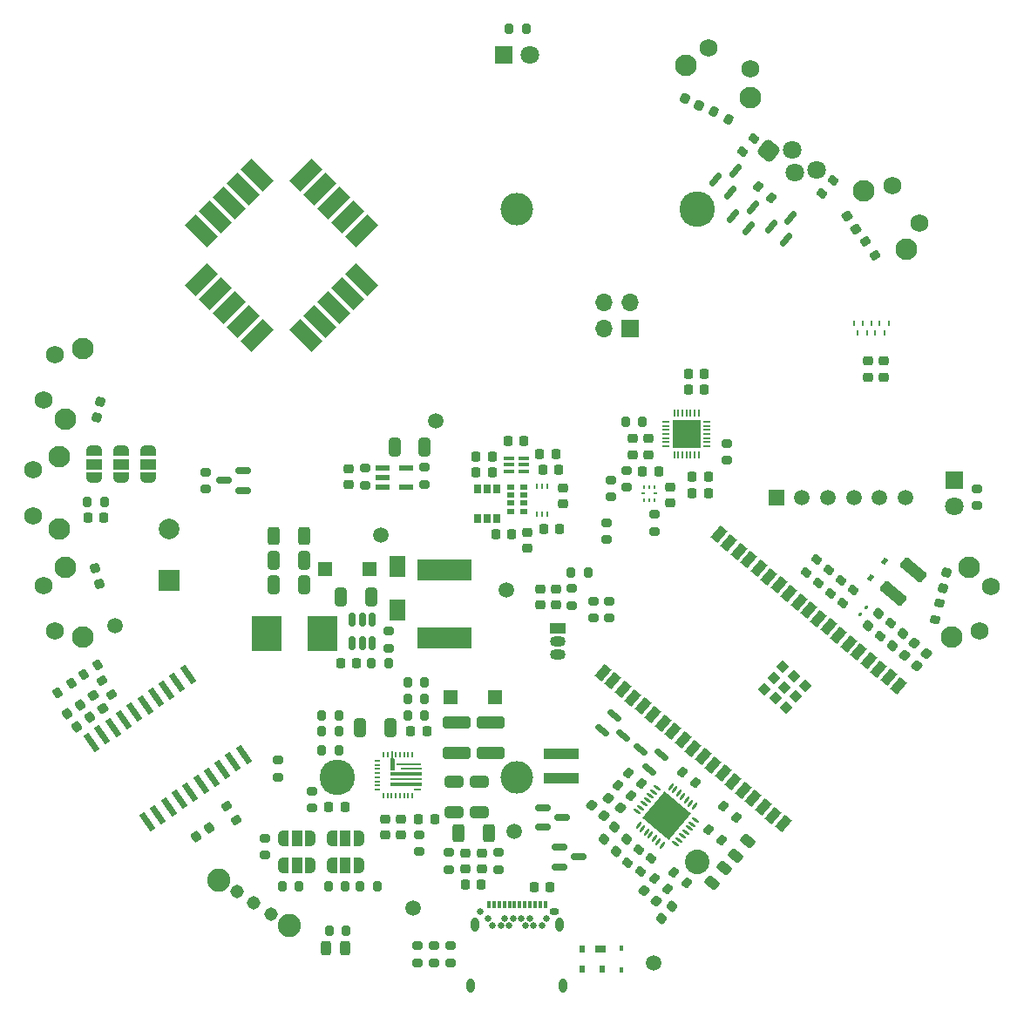
<source format=gts>
G04 #@! TF.GenerationSoftware,KiCad,Pcbnew,6.0.6-1.fc36*
G04 #@! TF.CreationDate,2022-07-28T10:28:12+02:00*
G04 #@! TF.ProjectId,LAITS-HW,4c414954-532d-4485-972e-6b696361645f,1.0*
G04 #@! TF.SameCoordinates,Original*
G04 #@! TF.FileFunction,Soldermask,Top*
G04 #@! TF.FilePolarity,Negative*
%FSLAX46Y46*%
G04 Gerber Fmt 4.6, Leading zero omitted, Abs format (unit mm)*
G04 Created by KiCad (PCBNEW 6.0.6-1.fc36) date 2022-07-28 10:28:12*
%MOMM*%
%LPD*%
G01*
G04 APERTURE LIST*
G04 Aperture macros list*
%AMRoundRect*
0 Rectangle with rounded corners*
0 $1 Rounding radius*
0 $2 $3 $4 $5 $6 $7 $8 $9 X,Y pos of 4 corners*
0 Add a 4 corners polygon primitive as box body*
4,1,4,$2,$3,$4,$5,$6,$7,$8,$9,$2,$3,0*
0 Add four circle primitives for the rounded corners*
1,1,$1+$1,$2,$3*
1,1,$1+$1,$4,$5*
1,1,$1+$1,$6,$7*
1,1,$1+$1,$8,$9*
0 Add four rect primitives between the rounded corners*
20,1,$1+$1,$2,$3,$4,$5,0*
20,1,$1+$1,$4,$5,$6,$7,0*
20,1,$1+$1,$6,$7,$8,$9,0*
20,1,$1+$1,$8,$9,$2,$3,0*%
%AMRotRect*
0 Rectangle, with rotation*
0 The origin of the aperture is its center*
0 $1 length*
0 $2 width*
0 $3 Rotation angle, in degrees counterclockwise*
0 Add horizontal line*
21,1,$1,$2,0,0,$3*%
%AMFreePoly0*
4,1,25,1.026854,0.150354,1.027000,0.150000,1.027000,-0.250000,1.026854,-0.250354,1.026500,-0.250500,-0.153500,-0.250500,-0.153512,-0.250495,-0.153526,-0.250500,-0.153685,-0.250424,-0.153854,-0.250354,-0.153860,-0.250340,-0.153872,-0.250334,-0.198723,-0.200500,-0.813500,-0.200500,-0.813854,-0.200354,-0.814000,-0.200000,-0.814000,0.000000,-0.813854,0.000354,-0.813500,0.000500,-0.200192,0.000500,
-0.033835,0.150371,-0.033669,0.150430,-0.033500,0.150500,1.026500,0.150500,1.026854,0.150354,1.026854,0.150354,$1*%
%AMFreePoly1*
4,1,22,0.550000,-0.750000,0.000000,-0.750000,0.000000,-0.745033,-0.079941,-0.743568,-0.215256,-0.701293,-0.333266,-0.622738,-0.424486,-0.514219,-0.481581,-0.384460,-0.499164,-0.250000,-0.500000,-0.250000,-0.500000,0.250000,-0.499164,0.250000,-0.499963,0.256109,-0.478152,0.396186,-0.417904,0.524511,-0.324060,0.630769,-0.204165,0.706417,-0.067858,0.745374,0.000000,0.744959,0.000000,0.750000,
0.550000,0.750000,0.550000,-0.750000,0.550000,-0.750000,$1*%
%AMFreePoly2*
4,1,20,0.000000,0.744959,0.073905,0.744508,0.209726,0.703889,0.328688,0.626782,0.421226,0.519385,0.479903,0.390333,0.500000,0.250000,0.500000,-0.250000,0.499851,-0.262216,0.476331,-0.402017,0.414519,-0.529596,0.319384,-0.634700,0.198574,-0.708877,0.061801,-0.746166,0.000000,-0.745033,0.000000,-0.750000,-0.550000,-0.750000,-0.550000,0.750000,0.000000,0.750000,0.000000,0.744959,
0.000000,0.744959,$1*%
G04 Aperture macros list end*
%ADD10RoundRect,0.200000X-0.275000X0.200000X-0.275000X-0.200000X0.275000X-0.200000X0.275000X0.200000X0*%
%ADD11RoundRect,0.250000X0.633743X-0.956031X1.051555X-0.458102X-0.633743X0.956031X-1.051555X0.458102X0*%
%ADD12RoundRect,0.200000X0.329975X0.082105X0.023558X0.339220X-0.329975X-0.082105X-0.023558X-0.339220X0*%
%ADD13RoundRect,0.243750X-0.192828X0.479995X-0.506187X0.106549X0.192828X-0.479995X0.506187X-0.106549X0*%
%ADD14RoundRect,0.200000X-0.329975X-0.082105X-0.023558X-0.339220X0.329975X0.082105X0.023558X0.339220X0*%
%ADD15RoundRect,0.250000X0.650000X-0.325000X0.650000X0.325000X-0.650000X0.325000X-0.650000X-0.325000X0*%
%ADD16RoundRect,0.225000X0.333843X-0.040915X0.075733X0.327703X-0.333843X0.040915X-0.075733X-0.327703X0*%
%ADD17R,2.000000X2.000000*%
%ADD18C,2.000000*%
%ADD19RoundRect,0.200000X-0.082105X0.329975X-0.339220X0.023558X0.082105X-0.329975X0.339220X-0.023558X0*%
%ADD20RoundRect,0.225000X0.225000X0.250000X-0.225000X0.250000X-0.225000X-0.250000X0.225000X-0.250000X0*%
%ADD21R,1.440000X1.480000*%
%ADD22RoundRect,0.225000X-0.333057X-0.046884X0.011663X-0.336138X0.333057X0.046884X-0.011663X0.336138X0*%
%ADD23R,0.723000X0.200000*%
%ADD24R,3.025000X0.300000*%
%ADD25R,3.025000X0.200000*%
%ADD26R,2.025000X0.250000*%
%ADD27R,2.425000X0.200000*%
%ADD28R,0.200000X0.625000*%
%ADD29R,0.200000X0.600000*%
%ADD30FreePoly0,270.000000*%
%ADD31R,0.625000X0.200000*%
%ADD32RoundRect,0.243750X0.243750X0.456250X-0.243750X0.456250X-0.243750X-0.456250X0.243750X-0.456250X0*%
%ADD33RoundRect,0.150000X-0.587500X-0.150000X0.587500X-0.150000X0.587500X0.150000X-0.587500X0.150000X0*%
%ADD34RoundRect,0.225000X0.333057X0.046884X-0.011663X0.336138X-0.333057X-0.046884X0.011663X-0.336138X0*%
%ADD35RoundRect,0.200000X0.275000X-0.200000X0.275000X0.200000X-0.275000X0.200000X-0.275000X-0.200000X0*%
%ADD36RoundRect,0.225000X-0.225000X-0.250000X0.225000X-0.250000X0.225000X0.250000X-0.225000X0.250000X0*%
%ADD37RoundRect,0.225000X-0.250000X0.225000X-0.250000X-0.225000X0.250000X-0.225000X0.250000X0.225000X0*%
%ADD38RoundRect,0.200000X-0.200000X-0.275000X0.200000X-0.275000X0.200000X0.275000X-0.200000X0.275000X0*%
%ADD39RoundRect,0.225000X0.040915X0.333843X-0.327703X0.075733X-0.040915X-0.333843X0.327703X-0.075733X0*%
%ADD40O,0.950000X0.650000*%
%ADD41C,0.650000*%
%ADD42R,0.300000X0.700000*%
%ADD43O,0.800000X1.400000*%
%ADD44RoundRect,0.225000X-0.046884X0.333057X-0.336138X-0.011663X0.046884X-0.333057X0.336138X0.011663X0*%
%ADD45C,1.500000*%
%ADD46RoundRect,0.225000X0.250000X-0.225000X0.250000X0.225000X-0.250000X0.225000X-0.250000X-0.225000X0*%
%ADD47RoundRect,0.225000X0.046884X-0.333057X0.336138X0.011663X-0.046884X0.333057X-0.336138X-0.011663X0*%
%ADD48RoundRect,0.225000X-0.040915X-0.333843X0.327703X-0.075733X0.040915X0.333843X-0.327703X0.075733X0*%
%ADD49FreePoly1,90.000000*%
%ADD50R,1.500000X1.000000*%
%ADD51FreePoly2,90.000000*%
%ADD52RoundRect,0.200000X-0.340037X0.000162X-0.104923X-0.323444X0.340037X-0.000162X0.104923X0.323444X0*%
%ADD53R,0.700000X0.900000*%
%ADD54RoundRect,0.040600X-0.669400X-0.249400X0.669400X-0.249400X0.669400X0.249400X-0.669400X0.249400X0*%
%ADD55RoundRect,0.250000X-0.312500X-0.625000X0.312500X-0.625000X0.312500X0.625000X-0.312500X0.625000X0*%
%ADD56RoundRect,0.200000X0.006097X0.339982X-0.321564X0.110552X-0.006097X-0.339982X0.321564X-0.110552X0*%
%ADD57FreePoly1,0.000000*%
%ADD58R,1.000000X1.500000*%
%ADD59FreePoly2,0.000000*%
%ADD60R,1.500000X1.050000*%
%ADD61O,1.500000X1.050000*%
%ADD62RoundRect,0.250000X0.325000X0.650000X-0.325000X0.650000X-0.325000X-0.650000X0.325000X-0.650000X0*%
%ADD63R,1.000000X0.400000*%
%ADD64RoundRect,0.150000X-0.262731X-0.546469X0.492544X0.353633X0.262731X0.546469X-0.492544X-0.353633X0*%
%ADD65R,0.250000X0.550000*%
%ADD66RotRect,0.360000X0.250000X230.000000*%
%ADD67RoundRect,0.041300X0.734764X-0.607039X-0.319126X0.898071X-0.734764X0.607039X0.319126X-0.898071X0*%
%ADD68R,0.450000X0.600000*%
%ADD69RoundRect,0.150000X-0.150000X0.512500X-0.150000X-0.512500X0.150000X-0.512500X0.150000X0.512500X0*%
%ADD70R,0.200000X0.800000*%
%ADD71R,0.800000X0.200000*%
%ADD72R,2.750000X2.750000*%
%ADD73R,2.950000X3.500000*%
%ADD74RoundRect,0.250000X-0.325000X-0.650000X0.325000X-0.650000X0.325000X0.650000X-0.325000X0.650000X0*%
%ADD75RoundRect,0.200000X-0.218447X0.260588X-0.315216X-0.127531X0.218447X-0.260588X0.315216X0.127531X0*%
%ADD76RotRect,3.000000X1.500000X135.000000*%
%ADD77RotRect,1.500000X3.000000X135.000000*%
%ADD78RoundRect,0.200000X0.200000X0.275000X-0.200000X0.275000X-0.200000X-0.275000X0.200000X-0.275000X0*%
%ADD79RoundRect,0.200000X-0.339982X0.006097X-0.110552X-0.321564X0.339982X-0.006097X0.110552X0.321564X0*%
%ADD80RoundRect,0.225000X-0.188142X0.278797X-0.297006X-0.157836X0.188142X-0.278797X0.297006X0.157836X0*%
%ADD81RoundRect,0.200000X-0.006097X-0.339982X0.321564X-0.110552X0.006097X0.339982X-0.321564X0.110552X0*%
%ADD82R,0.220000X0.400000*%
%ADD83R,0.400000X0.220000*%
%ADD84RotRect,1.500000X0.900000X230.000000*%
%ADD85RotRect,0.900000X0.900000X230.000000*%
%ADD86R,1.500000X2.120000*%
%ADD87R,5.300000X2.000000*%
%ADD88RoundRect,0.243750X0.192828X-0.479995X0.506187X-0.106549X-0.192828X0.479995X-0.506187X0.106549X0*%
%ADD89R,3.400000X0.980000*%
%ADD90R,1.508000X1.508000*%
%ADD91C,1.508000*%
%ADD92RoundRect,0.225000X0.188142X-0.278797X0.297006X0.157836X-0.188142X0.278797X-0.297006X-0.157836X0*%
%ADD93RoundRect,0.200000X0.339982X-0.006097X0.110552X0.321564X-0.339982X0.006097X-0.110552X-0.321564X0*%
%ADD94RoundRect,0.150000X0.546469X-0.262731X-0.353633X0.492544X-0.546469X0.262731X0.353633X-0.492544X0*%
%ADD95RoundRect,0.200000X0.300311X0.159494X-0.059207X0.334843X-0.300311X-0.159494X0.059207X-0.334843X0*%
%ADD96R,0.690000X0.590000*%
%ADD97RoundRect,0.200000X0.082105X-0.329975X0.339220X-0.023558X-0.082105X0.329975X-0.339220X0.023558X0*%
%ADD98RoundRect,0.250000X-1.100000X0.325000X-1.100000X-0.325000X1.100000X-0.325000X1.100000X0.325000X0*%
%ADD99RotRect,0.600000X0.450000X50.000000*%
%ADD100RoundRect,0.225000X0.297006X-0.157836X0.188142X0.278797X-0.297006X0.157836X-0.188142X-0.278797X0*%
%ADD101R,1.700000X1.700000*%
%ADD102O,1.700000X1.700000*%
%ADD103RoundRect,0.250000X0.312500X0.625000X-0.312500X0.625000X-0.312500X-0.625000X0.312500X-0.625000X0*%
%ADD104R,1.000000X0.700000*%
%ADD105R,0.600000X0.700000*%
%ADD106RoundRect,0.225000X-0.334506X0.035083X-0.070003X-0.328975X0.334506X-0.035083X0.070003X0.328975X0*%
%ADD107RoundRect,0.225000X-0.311821X-0.126065X0.092636X-0.323332X0.311821X0.126065X-0.092636X0.323332X0*%
%ADD108RoundRect,0.150000X0.587500X0.150000X-0.587500X0.150000X-0.587500X-0.150000X0.587500X-0.150000X0*%
%ADD109RoundRect,0.062500X-0.298714X0.169063X0.218366X-0.264819X0.298714X-0.169063X-0.218366X0.264819X0*%
%ADD110RoundRect,0.062500X-0.264819X-0.218366X-0.169063X-0.298714X0.264819X0.218366X0.169063X0.298714X0*%
%ADD111RotRect,3.350000X3.350000X320.000000*%
%ADD112RoundRect,0.150000X-0.546469X0.262731X0.353633X-0.492544X0.546469X-0.262731X-0.353633X0.492544X0*%
%ADD113C,2.250000*%
%ADD114C,1.308000*%
%ADD115RoundRect,0.450000X-0.633974X-0.055466X0.055466X-0.633974X0.633974X0.055466X-0.055466X0.633974X0*%
%ADD116C,1.800000*%
%ADD117C,2.100000*%
%ADD118C,1.750000*%
%ADD119R,1.800000X1.800000*%
%ADD120C,3.450000*%
%ADD121C,3.170000*%
%ADD122C,2.390000*%
G04 APERTURE END LIST*
D10*
X74300000Y-157975000D03*
X74300000Y-159625000D03*
D11*
X120561888Y-123729916D03*
X122458112Y-121470084D03*
D12*
X98581987Y-152480299D03*
X97318013Y-151419699D03*
D10*
X92900000Y-124500000D03*
X92900000Y-126150000D03*
D13*
X104125658Y-150440399D03*
X102920432Y-151876733D03*
D14*
X100088013Y-141099700D03*
X101351987Y-142160300D03*
D15*
X77900000Y-145025000D03*
X77900000Y-142075000D03*
D16*
X43744522Y-134934843D03*
X42855478Y-133665157D03*
D17*
X50200000Y-122500000D03*
D18*
X50200000Y-117500000D03*
D19*
X120305300Y-126593013D03*
X119244700Y-127856987D03*
D20*
X67265000Y-144470000D03*
X65715000Y-144470000D03*
D21*
X65360000Y-121350000D03*
X69690000Y-121350000D03*
D22*
X122581316Y-128576840D03*
X123768684Y-129573160D03*
D23*
X74338000Y-142811000D03*
D24*
X73188000Y-142311000D03*
D25*
X73188000Y-141811000D03*
D24*
X73187000Y-141311000D03*
D26*
X73687000Y-140786000D03*
D27*
X73487000Y-140311000D03*
D28*
X73800000Y-139413000D03*
X73400000Y-139413000D03*
X73000000Y-139413000D03*
X72600000Y-139413000D03*
D29*
X72200000Y-139400000D03*
D30*
X71900000Y-139910000D03*
D29*
X71400000Y-139400000D03*
D28*
X71000000Y-139413000D03*
D31*
X70412000Y-140001000D03*
X70412000Y-140401000D03*
X70412000Y-140801000D03*
X70412000Y-141201000D03*
X70412000Y-141601000D03*
X70412000Y-142001000D03*
X70412000Y-142401000D03*
X70412000Y-142801000D03*
D28*
X71000000Y-143387000D03*
X71400000Y-143387000D03*
X71800000Y-143387000D03*
X72200000Y-143387000D03*
X72600000Y-143387000D03*
X73000000Y-143387000D03*
X73400000Y-143387000D03*
X73800000Y-143387000D03*
D10*
X92650000Y-116875000D03*
X92650000Y-118525000D03*
D32*
X67302500Y-158228750D03*
X65427500Y-158228750D03*
D33*
X88112500Y-148400000D03*
X88112500Y-150300000D03*
X89987500Y-149350000D03*
D10*
X74475000Y-147175000D03*
X74475000Y-148825000D03*
D34*
X94043684Y-144598160D03*
X92856316Y-143601840D03*
D14*
X93818013Y-142369700D03*
X95081987Y-143430300D03*
D35*
X71525000Y-129050000D03*
X71525000Y-127400000D03*
D36*
X66825000Y-130525000D03*
X68375000Y-130525000D03*
D37*
X96730000Y-108715000D03*
X96730000Y-110265000D03*
D38*
X94545000Y-107100000D03*
X96195000Y-107100000D03*
D39*
X54034843Y-146480478D03*
X52765157Y-147369522D03*
D37*
X80550000Y-148975000D03*
X80550000Y-150525000D03*
D38*
X61175000Y-152200000D03*
X62825000Y-152200000D03*
D40*
X87600000Y-154640000D03*
D41*
X80400000Y-154640000D03*
D42*
X81250000Y-153980000D03*
X81750000Y-153980000D03*
X82250000Y-153980000D03*
X82750000Y-153980000D03*
X83250000Y-153980000D03*
X83750000Y-153980000D03*
X84250000Y-153980000D03*
X84750000Y-153980000D03*
X85250000Y-153980000D03*
X85750000Y-153980000D03*
X86250000Y-153980000D03*
X86750000Y-153980000D03*
D41*
X86800000Y-155290000D03*
X86400000Y-155990000D03*
X85600000Y-155990000D03*
X85200000Y-155290000D03*
X84800000Y-155990000D03*
X84400000Y-155290000D03*
X83600000Y-155290000D03*
X83200000Y-155990000D03*
X82800000Y-155290000D03*
X82400000Y-155990000D03*
X81600000Y-155990000D03*
X81200000Y-155290000D03*
D43*
X88490000Y-161840000D03*
X88130000Y-155890000D03*
X79510000Y-161840000D03*
X79870000Y-155890000D03*
D19*
X95780300Y-148643013D03*
X94719700Y-149906987D03*
D44*
X94623160Y-147656316D03*
X93626840Y-148843684D03*
D45*
X76070000Y-106940000D03*
D44*
X99048160Y-154156316D03*
X98051840Y-155343684D03*
D19*
X116660526Y-123440195D03*
X115599926Y-124704169D03*
D20*
X75975000Y-145700000D03*
X74425000Y-145700000D03*
D14*
X94818013Y-141169699D03*
X96081987Y-142230299D03*
D46*
X98900000Y-114925000D03*
X98900000Y-113375000D03*
D10*
X93100000Y-112725000D03*
X93100000Y-114375000D03*
D47*
X120451840Y-128793684D03*
X121448160Y-127606316D03*
D48*
X41215157Y-136694522D03*
X42484843Y-135805478D03*
D45*
X82930000Y-123400000D03*
D49*
X45525000Y-112475000D03*
D50*
X45525000Y-111175000D03*
D51*
X45525000Y-109875000D03*
D35*
X64050000Y-144600000D03*
X64050000Y-142950000D03*
D52*
X117815077Y-89532561D03*
X118784923Y-90867439D03*
D45*
X97250000Y-159650000D03*
D53*
X82050000Y-113575000D03*
X81100000Y-113575000D03*
X80150000Y-113575000D03*
X80150000Y-116475000D03*
X81100000Y-116475000D03*
X82050000Y-116475000D03*
D54*
X70955000Y-111550000D03*
X70955000Y-112500000D03*
X70955000Y-113450000D03*
X73245000Y-113450000D03*
X73245000Y-111550000D03*
D55*
X60362500Y-118125000D03*
X63287500Y-118125000D03*
D56*
X40675800Y-132451799D03*
X39324200Y-133398201D03*
D35*
X91375000Y-126150000D03*
X91375000Y-124500000D03*
D20*
X81575000Y-110425000D03*
X80025000Y-110425000D03*
D38*
X65015000Y-137160000D03*
X66665000Y-137160000D03*
D10*
X82180000Y-148925000D03*
X82180000Y-150575000D03*
D20*
X81575000Y-111950000D03*
X80025000Y-111950000D03*
D19*
X113098420Y-120451233D03*
X112037820Y-121715207D03*
D34*
X92393684Y-145348160D03*
X91206316Y-144351840D03*
D14*
X99218013Y-150819700D03*
X100481987Y-151880300D03*
D37*
X72700000Y-145675000D03*
X72700000Y-147225000D03*
X84975000Y-117800000D03*
X84975000Y-119350000D03*
D57*
X66000000Y-147550000D03*
D58*
X67300000Y-147550000D03*
D59*
X68600000Y-147550000D03*
D57*
X61300000Y-147550000D03*
D58*
X62600000Y-147550000D03*
D59*
X63900000Y-147550000D03*
D48*
X40315157Y-135444522D03*
X41584843Y-134555478D03*
D60*
X87900000Y-127150000D03*
D61*
X87900000Y-128420000D03*
X87900000Y-129690000D03*
D36*
X100600000Y-102425000D03*
X102150000Y-102425000D03*
D62*
X75025000Y-109500000D03*
X72075000Y-109500000D03*
D63*
X84662500Y-111900000D03*
X84662500Y-111250000D03*
X84662500Y-110600000D03*
X83162500Y-110600000D03*
X83162500Y-111250000D03*
X83162500Y-111900000D03*
D37*
X95190000Y-108715000D03*
X95190000Y-110265000D03*
D38*
X69825000Y-130525000D03*
X71475000Y-130525000D03*
D64*
X108655922Y-88112599D03*
X110111407Y-89333896D03*
X110588891Y-87286914D03*
D10*
X59500000Y-147525000D03*
X59500000Y-149175000D03*
D21*
X77547500Y-133800000D03*
X81877500Y-133800000D03*
D19*
X114285789Y-121447554D03*
X113225189Y-122711528D03*
D65*
X86900000Y-113325000D03*
X86400000Y-113325000D03*
X85900000Y-113325000D03*
X85900000Y-116075000D03*
X86400000Y-116075000D03*
X86900000Y-116075000D03*
D66*
X117355029Y-125771739D03*
X117894971Y-125128261D03*
D36*
X100600000Y-103950000D03*
X102150000Y-103950000D03*
D67*
X48075827Y-145943709D03*
X49116150Y-145215267D03*
X50156473Y-144486825D03*
X51196796Y-143758383D03*
X52237119Y-143029941D03*
X53277442Y-142301499D03*
X54317765Y-141573057D03*
X55358089Y-140844614D03*
X56398412Y-140116172D03*
X57438735Y-139387730D03*
X52024173Y-131654935D03*
X50983850Y-132383377D03*
X49943527Y-133111819D03*
X48903204Y-133840261D03*
X47862881Y-134568703D03*
X46822558Y-135297145D03*
X45782235Y-136025587D03*
X44741911Y-136754030D03*
X43701588Y-137482472D03*
X42661265Y-138210914D03*
D68*
X94100000Y-158200000D03*
X94100000Y-160300000D03*
D45*
X44900000Y-126850000D03*
D36*
X85625000Y-152300000D03*
X87175000Y-152300000D03*
D69*
X69900000Y-126312500D03*
X68950000Y-126312500D03*
X68000000Y-126312500D03*
X68000000Y-128587500D03*
X68950000Y-128587500D03*
X69900000Y-128587500D03*
D20*
X80525000Y-152050000D03*
X78975000Y-152050000D03*
D70*
X101650000Y-106250000D03*
X101250000Y-106250000D03*
X100850000Y-106250000D03*
X100450000Y-106250000D03*
X100050000Y-106250000D03*
X99650000Y-106250000D03*
X99250000Y-106250000D03*
D71*
X98450000Y-107050000D03*
X98450000Y-107450000D03*
X98450000Y-107850000D03*
X98450000Y-108250000D03*
X98450000Y-108650000D03*
X98450000Y-109050000D03*
X98450000Y-109450000D03*
D70*
X99250000Y-110250000D03*
X99650000Y-110250000D03*
X100050000Y-110250000D03*
X100450000Y-110250000D03*
X100850000Y-110250000D03*
X101250000Y-110250000D03*
X101650000Y-110250000D03*
D71*
X102450000Y-109450000D03*
X102450000Y-109050000D03*
X102450000Y-108650000D03*
X102450000Y-108250000D03*
X102450000Y-107850000D03*
X102450000Y-107450000D03*
X102450000Y-107050000D03*
D72*
X100450000Y-108250000D03*
D22*
X121606316Y-129751840D03*
X122793684Y-130748160D03*
D64*
X104994093Y-87076753D03*
X106449578Y-88298050D03*
X106927062Y-86251068D03*
D35*
X77500000Y-159625000D03*
X77500000Y-157975000D03*
D12*
X108649991Y-85303659D03*
X107386017Y-84243059D03*
D19*
X115473156Y-122443875D03*
X114412556Y-123707849D03*
D57*
X66000000Y-150150000D03*
D58*
X67300000Y-150150000D03*
D59*
X68600000Y-150150000D03*
D73*
X65100000Y-127675000D03*
X59650000Y-127675000D03*
D74*
X60375000Y-122900000D03*
X63325000Y-122900000D03*
D75*
X125009586Y-124649506D03*
X124610414Y-126250494D03*
D10*
X60800000Y-139925000D03*
X60800000Y-141575000D03*
X69200000Y-111575000D03*
X69200000Y-113225000D03*
D19*
X114693616Y-83607386D03*
X113633016Y-84871360D03*
D76*
X63504163Y-98678175D03*
X64847666Y-97334672D03*
X66191169Y-95991169D03*
X67534672Y-94647666D03*
X68878175Y-93304163D03*
D77*
X68878175Y-88495837D03*
X67534672Y-87152334D03*
X66191169Y-85808831D03*
X64847666Y-84465328D03*
X63504163Y-83121825D03*
D76*
X58695837Y-83121825D03*
X57352334Y-84465328D03*
X56008831Y-85808831D03*
X54665328Y-87152334D03*
X53321825Y-88495837D03*
D77*
X53321825Y-93304163D03*
X54665328Y-94647666D03*
X56008831Y-95991169D03*
X57352334Y-97334672D03*
X58695837Y-98678175D03*
D33*
X86462500Y-144550000D03*
X86462500Y-146450000D03*
X88337500Y-145500000D03*
D62*
X71650000Y-136800000D03*
X68700000Y-136800000D03*
D78*
X75025000Y-135600000D03*
X73375000Y-135600000D03*
D79*
X43676799Y-132174200D03*
X44623201Y-133525800D03*
D80*
X125737489Y-121748021D03*
X125362511Y-123251979D03*
D81*
X41849200Y-131648201D03*
X43200800Y-130701799D03*
D45*
X70775000Y-118050000D03*
D82*
X97350000Y-113450000D03*
X96850000Y-113450000D03*
X96350000Y-113450000D03*
D83*
X96250000Y-114050000D03*
D82*
X96350000Y-114650000D03*
X96850000Y-114650000D03*
X97350000Y-114650000D03*
D83*
X97450000Y-114050000D03*
D20*
X84625000Y-108900000D03*
X83075000Y-108900000D03*
D84*
X121082147Y-132715811D03*
X120109270Y-131899470D03*
X119136394Y-131083130D03*
X118163517Y-130266790D03*
X117190641Y-129450449D03*
X116217764Y-128634109D03*
X115244888Y-127817769D03*
X114272011Y-127001429D03*
X113299135Y-126185088D03*
X112326259Y-125368748D03*
X111353382Y-124552408D03*
X110380506Y-123736068D03*
X109407629Y-122919727D03*
X108434753Y-122103387D03*
X107461876Y-121287047D03*
X106489000Y-120470707D03*
X105516123Y-119654366D03*
X104543247Y-118838026D03*
X103570371Y-118021686D03*
X92321587Y-131427463D03*
X93294464Y-132243804D03*
X94267340Y-133060144D03*
X95240217Y-133876484D03*
X96213093Y-134692825D03*
X97185970Y-135509165D03*
X98158846Y-136325505D03*
X99131723Y-137141845D03*
X100104599Y-137958186D03*
X101077475Y-138774526D03*
X102050352Y-139590866D03*
X103023228Y-140407206D03*
X103996105Y-141223547D03*
X104968981Y-142039887D03*
X105941858Y-142856227D03*
X106914734Y-143672567D03*
X107887611Y-144488908D03*
X108860487Y-145305248D03*
X109833363Y-146121588D03*
D85*
X108007138Y-133036348D03*
X111051965Y-133763692D03*
X109079600Y-133936251D03*
X111951868Y-132691229D03*
X109979503Y-132863789D03*
X110152062Y-134836154D03*
X110879405Y-131791327D03*
X108907040Y-131963886D03*
X109806943Y-130891424D03*
D86*
X72325000Y-121110000D03*
X72325000Y-125340000D03*
D19*
X106976165Y-79513373D03*
X105915565Y-80777347D03*
D87*
X76975000Y-121475000D03*
X76975000Y-128075000D03*
D88*
X105197387Y-149218167D03*
X106402613Y-147781833D03*
D78*
X43900000Y-114825000D03*
X42250000Y-114825000D03*
D49*
X48175000Y-112475000D03*
D50*
X48175000Y-111175000D03*
D51*
X48175000Y-109875000D03*
D78*
X67390000Y-156478750D03*
X65740000Y-156478750D03*
D35*
X97330000Y-117725000D03*
X97330000Y-116075000D03*
D38*
X65015000Y-135640000D03*
X66665000Y-135640000D03*
D37*
X88475000Y-113475000D03*
X88475000Y-115025000D03*
D89*
X88250000Y-141735000D03*
X88250000Y-139365000D03*
D90*
X109187500Y-114425000D03*
D91*
X111687500Y-114425000D03*
X114187500Y-114425000D03*
X116687500Y-114425000D03*
X119187500Y-114425000D03*
X121687500Y-114425000D03*
D14*
X102618013Y-146669700D03*
X103881987Y-147730300D03*
D15*
X80300000Y-145025000D03*
X80300000Y-142075000D03*
D92*
X43122511Y-106661979D03*
X43497489Y-105158021D03*
D93*
X56698201Y-145750800D03*
X55751799Y-144399200D03*
D38*
X83217919Y-68900000D03*
X84867919Y-68900000D03*
D46*
X118087500Y-102725000D03*
X118087500Y-101175000D03*
D94*
X96807518Y-140830356D03*
X98028815Y-139374871D03*
X95981833Y-138897387D03*
D78*
X75025000Y-132400000D03*
X73375000Y-132400000D03*
D36*
X101005000Y-112440000D03*
X102555000Y-112440000D03*
D46*
X87760000Y-124880000D03*
X87760000Y-123330000D03*
D10*
X75000000Y-111475000D03*
X75000000Y-113125000D03*
D95*
X104541505Y-77661656D03*
X103058495Y-76938344D03*
D29*
X120100000Y-97500000D03*
X119200000Y-97500000D03*
X118400000Y-97500000D03*
X117600000Y-97500000D03*
X116700000Y-97500000D03*
X117100000Y-98450000D03*
X118000000Y-98450000D03*
X118800000Y-98450000D03*
X119700000Y-98450000D03*
D38*
X65675000Y-152200000D03*
X67325000Y-152200000D03*
D20*
X88025000Y-111725000D03*
X86475000Y-111725000D03*
D45*
X73920000Y-154300000D03*
D37*
X67600000Y-111625000D03*
X67600000Y-113175000D03*
D36*
X86575000Y-117450000D03*
X88125000Y-117450000D03*
D96*
X83360000Y-113375000D03*
X83360000Y-114175000D03*
X83360000Y-114975000D03*
X83360000Y-115775000D03*
X84640000Y-115775000D03*
X84640000Y-114975000D03*
X84640000Y-114175000D03*
X84640000Y-113375000D03*
D20*
X87750000Y-110175000D03*
X86200000Y-110175000D03*
D64*
X103291065Y-83545507D03*
X104746550Y-84766804D03*
X105224034Y-82719822D03*
D34*
X97543684Y-153598159D03*
X96356316Y-152601839D03*
D35*
X53725000Y-113600000D03*
X53725000Y-111950000D03*
D44*
X93423160Y-146456315D03*
X92426840Y-147643683D03*
D78*
X75025000Y-134000000D03*
X73375000Y-134000000D03*
D49*
X42875000Y-112475000D03*
D50*
X42875000Y-111175000D03*
D51*
X42875000Y-109875000D03*
D97*
X95969700Y-150781987D03*
X97030300Y-149518013D03*
D98*
X81450000Y-136275000D03*
X81450000Y-139225000D03*
D46*
X86210000Y-124880000D03*
X86210000Y-123330000D03*
D35*
X104400000Y-110800000D03*
X104400000Y-109150000D03*
D99*
X118325073Y-122204347D03*
X119674927Y-120595653D03*
D36*
X73675000Y-137125000D03*
X75225000Y-137125000D03*
D10*
X77380000Y-148925000D03*
X77380000Y-150575000D03*
D12*
X105291987Y-145490300D03*
X104028013Y-144429700D03*
D100*
X43387489Y-122791979D03*
X43012511Y-121288021D03*
D37*
X71150000Y-145675000D03*
X71150000Y-147225000D03*
D36*
X81900000Y-118025000D03*
X83450000Y-118025000D03*
D57*
X61300000Y-150150000D03*
D58*
X62600000Y-150150000D03*
D59*
X63900000Y-150150000D03*
D35*
X128700000Y-115225000D03*
X128700000Y-113575000D03*
D101*
X94975000Y-97975000D03*
D102*
X94975000Y-95435000D03*
X92435000Y-97975000D03*
X92435000Y-95435000D03*
D10*
X94650000Y-111775000D03*
X94650000Y-113425000D03*
D35*
X89290000Y-124925000D03*
X89290000Y-123275000D03*
D103*
X81212500Y-147050000D03*
X78287500Y-147050000D03*
D36*
X101005000Y-113970000D03*
X102555000Y-113970000D03*
D45*
X83700000Y-146850000D03*
D36*
X96175000Y-111850000D03*
X97725000Y-111850000D03*
D38*
X65025000Y-139000000D03*
X66675000Y-139000000D03*
D78*
X90875000Y-121730000D03*
X89225000Y-121730000D03*
D104*
X92050000Y-158250000D03*
D105*
X90350000Y-158250000D03*
X90350000Y-160250000D03*
X92250000Y-160250000D03*
D20*
X43850000Y-116350000D03*
X42300000Y-116350000D03*
D74*
X60375000Y-120500000D03*
X63325000Y-120500000D03*
D46*
X119612500Y-102725000D03*
X119612500Y-101175000D03*
D37*
X78980000Y-148975000D03*
X78980000Y-150525000D03*
D106*
X116020059Y-87086312D03*
X116931127Y-88340288D03*
D47*
X118101840Y-126843684D03*
X119098160Y-125656316D03*
D107*
X100303435Y-75660262D03*
X101696565Y-76339738D03*
D108*
X57412500Y-113725000D03*
X57412500Y-111825000D03*
X55537500Y-112775000D03*
D109*
X97587373Y-142626104D03*
X97265979Y-143009126D03*
X96944585Y-143392148D03*
X96623191Y-143775170D03*
X96301797Y-144158193D03*
X95980404Y-144541215D03*
X95659010Y-144924237D03*
D110*
X95776104Y-146262627D03*
X96159126Y-146584021D03*
X96542148Y-146905415D03*
X96925170Y-147226809D03*
X97308193Y-147548203D03*
X97691215Y-147869596D03*
X98074237Y-148190990D03*
D109*
X99412627Y-148073896D03*
X99734021Y-147690874D03*
X100055415Y-147307852D03*
X100376809Y-146924830D03*
X100698203Y-146541807D03*
X101019596Y-146158785D03*
X101340990Y-145775763D03*
D110*
X101223896Y-144437373D03*
X100840874Y-144115979D03*
X100457852Y-143794585D03*
X100074830Y-143473191D03*
X99691807Y-143151797D03*
X99308785Y-142830404D03*
X98925763Y-142509010D03*
D111*
X98500000Y-145350000D03*
D62*
X69825000Y-124125000D03*
X66875000Y-124125000D03*
D98*
X78150000Y-136275000D03*
X78150000Y-139225000D03*
D38*
X68725000Y-152200000D03*
X70375000Y-152200000D03*
D112*
X93454353Y-135574435D03*
X92233056Y-137029920D03*
X94280038Y-137507404D03*
D10*
X75900000Y-157975000D03*
X75900000Y-159625000D03*
D113*
X61863356Y-156026653D03*
X54986258Y-151560613D03*
D114*
X60102148Y-154882911D03*
X58424807Y-153793633D03*
X56747466Y-152704355D03*
D115*
X108400000Y-80700000D03*
D116*
X110741635Y-80675425D03*
X110929479Y-82822485D03*
X113076539Y-82634641D03*
D117*
X41800828Y-127978681D03*
X40104956Y-121176908D03*
D118*
X37991322Y-122992163D03*
X39079971Y-127358494D03*
D117*
X126195543Y-128017492D03*
X127891416Y-121215719D03*
D118*
X128913982Y-127407008D03*
X130002631Y-123040677D03*
D119*
X82725000Y-71460388D03*
D116*
X85265000Y-71460388D03*
D117*
X106669440Y-75539751D03*
X100368894Y-72466769D03*
D118*
X106637492Y-72753790D03*
X102592919Y-70781120D03*
D117*
X117666671Y-84596421D03*
X121787045Y-90267631D03*
D118*
X123066766Y-87792774D03*
X120421732Y-84152198D03*
D117*
X40108584Y-106776444D03*
X41804457Y-99974671D03*
D118*
X39086018Y-100585155D03*
X37997369Y-104951486D03*
D117*
X39490000Y-117485000D03*
X39490000Y-110475000D03*
D118*
X37000000Y-111725000D03*
X37000000Y-116225000D03*
D119*
X126500000Y-112700000D03*
D116*
X126500000Y-115240000D03*
D120*
X66495000Y-141600000D03*
X101505000Y-86400000D03*
D121*
X84000000Y-141600000D03*
X84000000Y-86400000D03*
D122*
X101505000Y-149820000D03*
M02*

</source>
